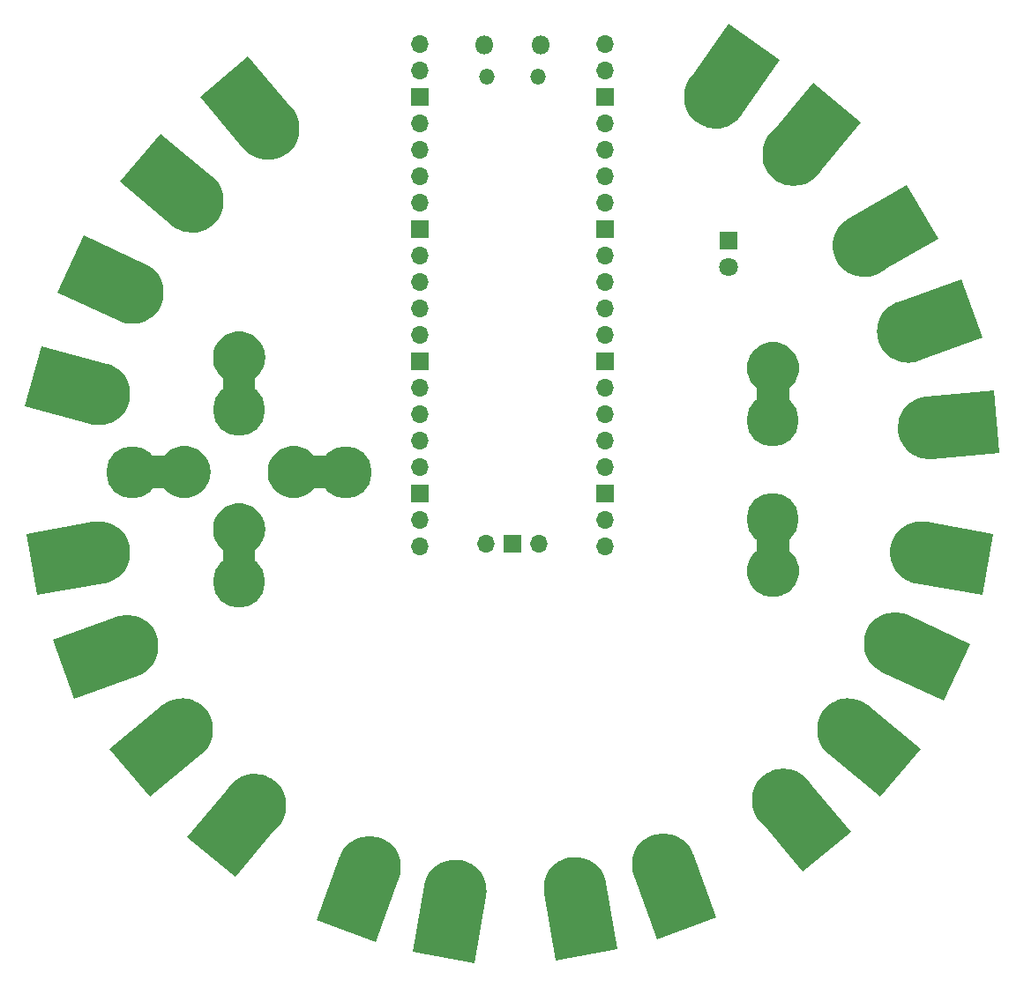
<source format=gbr>
%TF.GenerationSoftware,KiCad,Pcbnew,(5.1.10)-1*%
%TF.CreationDate,2021-06-07T23:37:17+02:00*%
%TF.ProjectId,Frisbee_v01,46726973-6265-4655-9f76-30312e6b6963,rev?*%
%TF.SameCoordinates,Original*%
%TF.FileFunction,Soldermask,Bot*%
%TF.FilePolarity,Negative*%
%FSLAX46Y46*%
G04 Gerber Fmt 4.6, Leading zero omitted, Abs format (unit mm)*
G04 Created by KiCad (PCBNEW (5.1.10)-1) date 2021-06-07 23:37:17*
%MOMM*%
%LPD*%
G01*
G04 APERTURE LIST*
%ADD10C,0.100000*%
%ADD11C,5.000000*%
%ADD12C,1.800000*%
%ADD13R,1.800000X1.800000*%
%ADD14C,6.000000*%
%ADD15O,1.700000X1.700000*%
%ADD16R,1.700000X1.700000*%
%ADD17O,1.800000X1.800000*%
%ADD18O,1.500000X1.500000*%
G04 APERTURE END LIST*
D10*
%TO.C,D9/Space1*%
G36*
X177472941Y-100366826D02*
G01*
X177425078Y-100607450D01*
X177353860Y-100842225D01*
X177259973Y-101068888D01*
X177144322Y-101285257D01*
X177008019Y-101489248D01*
X176852378Y-101678897D01*
X176678897Y-101852378D01*
X176550000Y-101958161D01*
X176550000Y-103250000D01*
X176549039Y-103259755D01*
X176546194Y-103269134D01*
X176541573Y-103277779D01*
X176535355Y-103285355D01*
X176527779Y-103291573D01*
X176519134Y-103296194D01*
X176509755Y-103299039D01*
X176500000Y-103300000D01*
X173500000Y-103300000D01*
X173490245Y-103299039D01*
X173480866Y-103296194D01*
X173472221Y-103291573D01*
X173464645Y-103285355D01*
X173458427Y-103277779D01*
X173453806Y-103269134D01*
X173450961Y-103259755D01*
X173450000Y-103250000D01*
X173450000Y-101958161D01*
X173321103Y-101852378D01*
X173147622Y-101678897D01*
X172991981Y-101489248D01*
X172855678Y-101285257D01*
X172740027Y-101068888D01*
X172646140Y-100842225D01*
X172574922Y-100607450D01*
X172527059Y-100366826D01*
X172503011Y-100122669D01*
X172503011Y-99877331D01*
X172527059Y-99633174D01*
X172574922Y-99392550D01*
X172646140Y-99157775D01*
X172740027Y-98931112D01*
X172855678Y-98714743D01*
X172991981Y-98510752D01*
X173147622Y-98321103D01*
X173321103Y-98147622D01*
X173510752Y-97991981D01*
X173714743Y-97855678D01*
X173931112Y-97740027D01*
X174157775Y-97646140D01*
X174392550Y-97574922D01*
X174633174Y-97527059D01*
X174877331Y-97503011D01*
X175122669Y-97503011D01*
X175366826Y-97527059D01*
X175607450Y-97574922D01*
X175842225Y-97646140D01*
X176068888Y-97740027D01*
X176285257Y-97855678D01*
X176489248Y-97991981D01*
X176678897Y-98147622D01*
X176852378Y-98321103D01*
X177008019Y-98510752D01*
X177144322Y-98714743D01*
X177259973Y-98931112D01*
X177353860Y-99157775D01*
X177425078Y-99392550D01*
X177472941Y-99633174D01*
X177496989Y-99877331D01*
X177496989Y-100122669D01*
X177472941Y-100366826D01*
G37*
D11*
X175000000Y-105000000D03*
%TD*%
D10*
%TO.C,D8/Click1*%
G36*
X172527059Y-119133174D02*
G01*
X172574922Y-118892550D01*
X172646140Y-118657775D01*
X172740027Y-118431112D01*
X172855678Y-118214743D01*
X172991981Y-118010752D01*
X173147622Y-117821103D01*
X173321103Y-117647622D01*
X173450000Y-117541839D01*
X173450000Y-116250000D01*
X173450961Y-116240245D01*
X173453806Y-116230866D01*
X173458427Y-116222221D01*
X173464645Y-116214645D01*
X173472221Y-116208427D01*
X173480866Y-116203806D01*
X173490245Y-116200961D01*
X173500000Y-116200000D01*
X176500000Y-116200000D01*
X176509755Y-116200961D01*
X176519134Y-116203806D01*
X176527779Y-116208427D01*
X176535355Y-116214645D01*
X176541573Y-116222221D01*
X176546194Y-116230866D01*
X176549039Y-116240245D01*
X176550000Y-116250000D01*
X176550000Y-117541839D01*
X176678897Y-117647622D01*
X176852378Y-117821103D01*
X177008019Y-118010752D01*
X177144322Y-118214743D01*
X177259973Y-118431112D01*
X177353860Y-118657775D01*
X177425078Y-118892550D01*
X177472941Y-119133174D01*
X177496989Y-119377331D01*
X177496989Y-119622669D01*
X177472941Y-119866826D01*
X177425078Y-120107450D01*
X177353860Y-120342225D01*
X177259973Y-120568888D01*
X177144322Y-120785257D01*
X177008019Y-120989248D01*
X176852378Y-121178897D01*
X176678897Y-121352378D01*
X176489248Y-121508019D01*
X176285257Y-121644322D01*
X176068888Y-121759973D01*
X175842225Y-121853860D01*
X175607450Y-121925078D01*
X175366826Y-121972941D01*
X175122669Y-121996989D01*
X174877331Y-121996989D01*
X174633174Y-121972941D01*
X174392550Y-121925078D01*
X174157775Y-121853860D01*
X173931112Y-121759973D01*
X173714743Y-121644322D01*
X173510752Y-121508019D01*
X173321103Y-121352378D01*
X173147622Y-121178897D01*
X172991981Y-120989248D01*
X172855678Y-120785257D01*
X172740027Y-120568888D01*
X172646140Y-120342225D01*
X172574922Y-120107450D01*
X172527059Y-119866826D01*
X172503011Y-119622669D01*
X172503011Y-119377331D01*
X172527059Y-119133174D01*
G37*
D11*
X175000000Y-114500000D03*
%TD*%
D10*
%TO.C,D7/Down1*%
G36*
X126222941Y-115866826D02*
G01*
X126175078Y-116107450D01*
X126103860Y-116342225D01*
X126009973Y-116568888D01*
X125894322Y-116785257D01*
X125758019Y-116989248D01*
X125602378Y-117178897D01*
X125428897Y-117352378D01*
X125300000Y-117458161D01*
X125300000Y-118750000D01*
X125299039Y-118759755D01*
X125296194Y-118769134D01*
X125291573Y-118777779D01*
X125285355Y-118785355D01*
X125277779Y-118791573D01*
X125269134Y-118796194D01*
X125259755Y-118799039D01*
X125250000Y-118800000D01*
X122250000Y-118800000D01*
X122240245Y-118799039D01*
X122230866Y-118796194D01*
X122222221Y-118791573D01*
X122214645Y-118785355D01*
X122208427Y-118777779D01*
X122203806Y-118769134D01*
X122200961Y-118759755D01*
X122200000Y-118750000D01*
X122200000Y-117458161D01*
X122071103Y-117352378D01*
X121897622Y-117178897D01*
X121741981Y-116989248D01*
X121605678Y-116785257D01*
X121490027Y-116568888D01*
X121396140Y-116342225D01*
X121324922Y-116107450D01*
X121277059Y-115866826D01*
X121253011Y-115622669D01*
X121253011Y-115377331D01*
X121277059Y-115133174D01*
X121324922Y-114892550D01*
X121396140Y-114657775D01*
X121490027Y-114431112D01*
X121605678Y-114214743D01*
X121741981Y-114010752D01*
X121897622Y-113821103D01*
X122071103Y-113647622D01*
X122260752Y-113491981D01*
X122464743Y-113355678D01*
X122681112Y-113240027D01*
X122907775Y-113146140D01*
X123142550Y-113074922D01*
X123383174Y-113027059D01*
X123627331Y-113003011D01*
X123872669Y-113003011D01*
X124116826Y-113027059D01*
X124357450Y-113074922D01*
X124592225Y-113146140D01*
X124818888Y-113240027D01*
X125035257Y-113355678D01*
X125239248Y-113491981D01*
X125428897Y-113647622D01*
X125602378Y-113821103D01*
X125758019Y-114010752D01*
X125894322Y-114214743D01*
X126009973Y-114431112D01*
X126103860Y-114657775D01*
X126175078Y-114892550D01*
X126222941Y-115133174D01*
X126246989Y-115377331D01*
X126246989Y-115622669D01*
X126222941Y-115866826D01*
G37*
D11*
X123750000Y-120500000D03*
%TD*%
D10*
%TO.C,D6/Right1*%
G36*
X118133174Y-112472941D02*
G01*
X117892550Y-112425078D01*
X117657775Y-112353860D01*
X117431112Y-112259973D01*
X117214743Y-112144322D01*
X117010752Y-112008019D01*
X116821103Y-111852378D01*
X116647622Y-111678897D01*
X116541839Y-111550000D01*
X115250000Y-111550000D01*
X115240245Y-111549039D01*
X115230866Y-111546194D01*
X115222221Y-111541573D01*
X115214645Y-111535355D01*
X115208427Y-111527779D01*
X115203806Y-111519134D01*
X115200961Y-111509755D01*
X115200000Y-111500000D01*
X115200000Y-108500000D01*
X115200961Y-108490245D01*
X115203806Y-108480866D01*
X115208427Y-108472221D01*
X115214645Y-108464645D01*
X115222221Y-108458427D01*
X115230866Y-108453806D01*
X115240245Y-108450961D01*
X115250000Y-108450000D01*
X116541839Y-108450000D01*
X116647622Y-108321103D01*
X116821103Y-108147622D01*
X117010752Y-107991981D01*
X117214743Y-107855678D01*
X117431112Y-107740027D01*
X117657775Y-107646140D01*
X117892550Y-107574922D01*
X118133174Y-107527059D01*
X118377331Y-107503011D01*
X118622669Y-107503011D01*
X118866826Y-107527059D01*
X119107450Y-107574922D01*
X119342225Y-107646140D01*
X119568888Y-107740027D01*
X119785257Y-107855678D01*
X119989248Y-107991981D01*
X120178897Y-108147622D01*
X120352378Y-108321103D01*
X120508019Y-108510752D01*
X120644322Y-108714743D01*
X120759973Y-108931112D01*
X120853860Y-109157775D01*
X120925078Y-109392550D01*
X120972941Y-109633174D01*
X120996989Y-109877331D01*
X120996989Y-110122669D01*
X120972941Y-110366826D01*
X120925078Y-110607450D01*
X120853860Y-110842225D01*
X120759973Y-111068888D01*
X120644322Y-111285257D01*
X120508019Y-111489248D01*
X120352378Y-111678897D01*
X120178897Y-111852378D01*
X119989248Y-112008019D01*
X119785257Y-112144322D01*
X119568888Y-112259973D01*
X119342225Y-112353860D01*
X119107450Y-112425078D01*
X118866826Y-112472941D01*
X118622669Y-112496989D01*
X118377331Y-112496989D01*
X118133174Y-112472941D01*
G37*
D11*
X113500000Y-110000000D03*
%TD*%
D10*
%TO.C,D5/Left1*%
G36*
X129366826Y-107527059D02*
G01*
X129607450Y-107574922D01*
X129842225Y-107646140D01*
X130068888Y-107740027D01*
X130285257Y-107855678D01*
X130489248Y-107991981D01*
X130678897Y-108147622D01*
X130852378Y-108321103D01*
X130958161Y-108450000D01*
X132250000Y-108450000D01*
X132259755Y-108450961D01*
X132269134Y-108453806D01*
X132277779Y-108458427D01*
X132285355Y-108464645D01*
X132291573Y-108472221D01*
X132296194Y-108480866D01*
X132299039Y-108490245D01*
X132300000Y-108500000D01*
X132300000Y-111500000D01*
X132299039Y-111509755D01*
X132296194Y-111519134D01*
X132291573Y-111527779D01*
X132285355Y-111535355D01*
X132277779Y-111541573D01*
X132269134Y-111546194D01*
X132259755Y-111549039D01*
X132250000Y-111550000D01*
X130958161Y-111550000D01*
X130852378Y-111678897D01*
X130678897Y-111852378D01*
X130489248Y-112008019D01*
X130285257Y-112144322D01*
X130068888Y-112259973D01*
X129842225Y-112353860D01*
X129607450Y-112425078D01*
X129366826Y-112472941D01*
X129122669Y-112496989D01*
X128877331Y-112496989D01*
X128633174Y-112472941D01*
X128392550Y-112425078D01*
X128157775Y-112353860D01*
X127931112Y-112259973D01*
X127714743Y-112144322D01*
X127510752Y-112008019D01*
X127321103Y-111852378D01*
X127147622Y-111678897D01*
X126991981Y-111489248D01*
X126855678Y-111285257D01*
X126740027Y-111068888D01*
X126646140Y-110842225D01*
X126574922Y-110607450D01*
X126527059Y-110366826D01*
X126503011Y-110122669D01*
X126503011Y-109877331D01*
X126527059Y-109633174D01*
X126574922Y-109392550D01*
X126646140Y-109157775D01*
X126740027Y-108931112D01*
X126855678Y-108714743D01*
X126991981Y-108510752D01*
X127147622Y-108321103D01*
X127321103Y-108147622D01*
X127510752Y-107991981D01*
X127714743Y-107855678D01*
X127931112Y-107740027D01*
X128157775Y-107646140D01*
X128392550Y-107574922D01*
X128633174Y-107527059D01*
X128877331Y-107503011D01*
X129122669Y-107503011D01*
X129366826Y-107527059D01*
G37*
D11*
X134000000Y-110000000D03*
%TD*%
D10*
%TO.C,D4/Up1*%
G36*
X126222941Y-99366826D02*
G01*
X126175078Y-99607450D01*
X126103860Y-99842225D01*
X126009973Y-100068888D01*
X125894322Y-100285257D01*
X125758019Y-100489248D01*
X125602378Y-100678897D01*
X125428897Y-100852378D01*
X125300000Y-100958161D01*
X125300000Y-102250000D01*
X125299039Y-102259755D01*
X125296194Y-102269134D01*
X125291573Y-102277779D01*
X125285355Y-102285355D01*
X125277779Y-102291573D01*
X125269134Y-102296194D01*
X125259755Y-102299039D01*
X125250000Y-102300000D01*
X122250000Y-102300000D01*
X122240245Y-102299039D01*
X122230866Y-102296194D01*
X122222221Y-102291573D01*
X122214645Y-102285355D01*
X122208427Y-102277779D01*
X122203806Y-102269134D01*
X122200961Y-102259755D01*
X122200000Y-102250000D01*
X122200000Y-100958161D01*
X122071103Y-100852378D01*
X121897622Y-100678897D01*
X121741981Y-100489248D01*
X121605678Y-100285257D01*
X121490027Y-100068888D01*
X121396140Y-99842225D01*
X121324922Y-99607450D01*
X121277059Y-99366826D01*
X121253011Y-99122669D01*
X121253011Y-98877331D01*
X121277059Y-98633174D01*
X121324922Y-98392550D01*
X121396140Y-98157775D01*
X121490027Y-97931112D01*
X121605678Y-97714743D01*
X121741981Y-97510752D01*
X121897622Y-97321103D01*
X122071103Y-97147622D01*
X122260752Y-96991981D01*
X122464743Y-96855678D01*
X122681112Y-96740027D01*
X122907775Y-96646140D01*
X123142550Y-96574922D01*
X123383174Y-96527059D01*
X123627331Y-96503011D01*
X123872669Y-96503011D01*
X124116826Y-96527059D01*
X124357450Y-96574922D01*
X124592225Y-96646140D01*
X124818888Y-96740027D01*
X125035257Y-96855678D01*
X125239248Y-96991981D01*
X125428897Y-97147622D01*
X125602378Y-97321103D01*
X125758019Y-97510752D01*
X125894322Y-97714743D01*
X126009973Y-97931112D01*
X126103860Y-98157775D01*
X126175078Y-98392550D01*
X126222941Y-98633174D01*
X126246989Y-98877331D01*
X126246989Y-99122669D01*
X126222941Y-99366826D01*
G37*
D11*
X123750000Y-104000000D03*
%TD*%
D12*
%TO.C,LED1*%
X170750000Y-90290000D03*
D13*
X170750000Y-87750000D03*
%TD*%
D14*
%TO.C,VBUS1*%
X177000000Y-79500000D03*
D10*
G36*
X183476253Y-76449074D02*
G01*
X179298133Y-81428363D01*
X179295365Y-81426040D01*
X179200745Y-81538804D01*
X178990311Y-81744697D01*
X178760707Y-81928974D01*
X178514147Y-82089857D01*
X178253007Y-82225798D01*
X177979798Y-82335489D01*
X177697154Y-82417872D01*
X177407795Y-82472154D01*
X177114510Y-82497814D01*
X176820121Y-82494603D01*
X176527464Y-82462551D01*
X176239359Y-82401969D01*
X175958580Y-82313440D01*
X175687829Y-82197816D01*
X175429714Y-82056209D01*
X175186724Y-81889985D01*
X174961196Y-81700745D01*
X174755303Y-81490311D01*
X174571026Y-81260707D01*
X174410143Y-81014147D01*
X174274202Y-80753007D01*
X174164511Y-80479798D01*
X174082128Y-80197154D01*
X174027846Y-79907795D01*
X174002186Y-79614510D01*
X174005397Y-79320121D01*
X174037449Y-79027464D01*
X174098031Y-78739359D01*
X174186560Y-78458580D01*
X174302184Y-78187829D01*
X174443791Y-77929714D01*
X174610015Y-77686724D01*
X174704635Y-77573960D01*
X174701867Y-77571637D01*
X178879986Y-72592348D01*
X183476253Y-76449074D01*
G37*
%TD*%
D14*
%TO.C,M2-1*%
X156000000Y-150000000D03*
D10*
G36*
X154174290Y-156922195D02*
G01*
X153045577Y-150520945D01*
X153049136Y-150520317D01*
X153023574Y-150375350D01*
X153001115Y-150081803D01*
X153007538Y-149787466D01*
X153042780Y-149495177D01*
X153106500Y-149207750D01*
X153198088Y-148927952D01*
X153316658Y-148658479D01*
X153461072Y-148401925D01*
X153629936Y-148160762D01*
X153821625Y-147937311D01*
X154034294Y-147733725D01*
X154265893Y-147551965D01*
X154514192Y-147393782D01*
X154776801Y-147260696D01*
X155051190Y-147153992D01*
X155334716Y-147074697D01*
X155624650Y-147023574D01*
X155918197Y-147001115D01*
X156212534Y-147007538D01*
X156504823Y-147042780D01*
X156792250Y-147106500D01*
X157072048Y-147198088D01*
X157341521Y-147316658D01*
X157598075Y-147461072D01*
X157839238Y-147629936D01*
X158062689Y-147821625D01*
X158266275Y-148034294D01*
X158448035Y-148265893D01*
X158606218Y-148514192D01*
X158739304Y-148776801D01*
X158846008Y-149051190D01*
X158925303Y-149334716D01*
X158950864Y-149479683D01*
X158954423Y-149479055D01*
X160083136Y-155880306D01*
X154174290Y-156922195D01*
G37*
%TD*%
D14*
%TO.C,M2+1*%
X164500000Y-147750000D03*
D10*
G36*
X163904053Y-154884062D02*
G01*
X161680922Y-148776060D01*
X161684318Y-148774824D01*
X161633972Y-148636499D01*
X161560880Y-148351311D01*
X161516094Y-148060330D01*
X161500045Y-147766362D01*
X161512886Y-147472237D01*
X161554496Y-147180786D01*
X161624472Y-146894817D01*
X161722141Y-146617083D01*
X161846562Y-146350262D01*
X161996538Y-146096919D01*
X162170623Y-145859497D01*
X162367141Y-145640281D01*
X162584200Y-145441384D01*
X162819709Y-145264719D01*
X163071401Y-145111988D01*
X163336850Y-144984665D01*
X163613501Y-144883972D01*
X163898689Y-144810880D01*
X164189670Y-144766094D01*
X164483638Y-144750045D01*
X164777763Y-144762886D01*
X165069214Y-144804496D01*
X165355183Y-144874472D01*
X165632917Y-144972141D01*
X165899738Y-145096562D01*
X166153081Y-145246538D01*
X166390503Y-145420623D01*
X166609719Y-145617141D01*
X166808616Y-145834200D01*
X166985281Y-146069709D01*
X167138012Y-146321401D01*
X167265335Y-146586850D01*
X167315682Y-146725176D01*
X167319078Y-146723940D01*
X169542209Y-152831942D01*
X163904053Y-154884062D01*
G37*
%TD*%
D14*
%TO.C,M1-1*%
X144500000Y-150250000D03*
D10*
G36*
X140416864Y-156130306D02*
G01*
X141545577Y-149729055D01*
X141549136Y-149729683D01*
X141574697Y-149584716D01*
X141653992Y-149301190D01*
X141760696Y-149026801D01*
X141893782Y-148764192D01*
X142051965Y-148515893D01*
X142233725Y-148284294D01*
X142437311Y-148071625D01*
X142660762Y-147879936D01*
X142901925Y-147711072D01*
X143158479Y-147566658D01*
X143427952Y-147448088D01*
X143707750Y-147356500D01*
X143995177Y-147292780D01*
X144287466Y-147257538D01*
X144581803Y-147251115D01*
X144875350Y-147273574D01*
X145165284Y-147324697D01*
X145448810Y-147403992D01*
X145723199Y-147510696D01*
X145985808Y-147643782D01*
X146234107Y-147801965D01*
X146465706Y-147983725D01*
X146678375Y-148187311D01*
X146870064Y-148410762D01*
X147038928Y-148651925D01*
X147183342Y-148908479D01*
X147301912Y-149177952D01*
X147393500Y-149457750D01*
X147457220Y-149745177D01*
X147492462Y-150037466D01*
X147498885Y-150331803D01*
X147476426Y-150625350D01*
X147450864Y-150770317D01*
X147454423Y-150770945D01*
X146325710Y-157172195D01*
X140416864Y-156130306D01*
G37*
%TD*%
D14*
%TO.C,M1+1*%
X136250000Y-148000000D03*
D10*
G36*
X131207791Y-153081942D02*
G01*
X133430922Y-146973940D01*
X133434318Y-146975176D01*
X133484665Y-146836850D01*
X133611988Y-146571401D01*
X133764719Y-146319709D01*
X133941384Y-146084200D01*
X134140281Y-145867141D01*
X134359497Y-145670623D01*
X134596919Y-145496538D01*
X134850262Y-145346562D01*
X135117083Y-145222141D01*
X135394817Y-145124472D01*
X135680786Y-145054496D01*
X135972237Y-145012886D01*
X136266362Y-145000045D01*
X136560330Y-145016094D01*
X136851311Y-145060880D01*
X137136499Y-145133972D01*
X137413150Y-145234665D01*
X137678599Y-145361988D01*
X137930291Y-145514719D01*
X138165800Y-145691384D01*
X138382859Y-145890281D01*
X138579377Y-146109497D01*
X138753462Y-146346919D01*
X138903438Y-146600262D01*
X139027859Y-146867083D01*
X139125528Y-147144817D01*
X139195504Y-147430786D01*
X139237114Y-147722237D01*
X139249955Y-148016362D01*
X139233906Y-148310330D01*
X139189120Y-148601311D01*
X139116028Y-148886499D01*
X139065682Y-149024824D01*
X139069078Y-149026060D01*
X136845947Y-155134062D01*
X131207791Y-153081942D01*
G37*
%TD*%
D14*
%TO.C,D3*%
X110250000Y-102500000D03*
D10*
G36*
X104747939Y-97919899D02*
G01*
X111026457Y-99602223D01*
X111025522Y-99605713D01*
X111167709Y-99643812D01*
X111443245Y-99747516D01*
X111707291Y-99877729D01*
X111957301Y-100033196D01*
X112190868Y-100212418D01*
X112405745Y-100413672D01*
X112599860Y-100635018D01*
X112771345Y-100874326D01*
X112918548Y-101129288D01*
X113040052Y-101397452D01*
X113134685Y-101676234D01*
X113201538Y-101962950D01*
X113239966Y-102254836D01*
X113249599Y-102549085D01*
X113230344Y-102842861D01*
X113182386Y-103133335D01*
X113106188Y-103417709D01*
X113002484Y-103693245D01*
X112872271Y-103957291D01*
X112716804Y-104207301D01*
X112537582Y-104440868D01*
X112336328Y-104655745D01*
X112114982Y-104849860D01*
X111875674Y-105021345D01*
X111620712Y-105168548D01*
X111352548Y-105290052D01*
X111073766Y-105384685D01*
X110787050Y-105451538D01*
X110495164Y-105489966D01*
X110200915Y-105499599D01*
X109907139Y-105480344D01*
X109616665Y-105432386D01*
X109474478Y-105394287D01*
X109473543Y-105397777D01*
X103195025Y-103715454D01*
X104747939Y-97919899D01*
G37*
%TD*%
D14*
%TO.C,D2*%
X113500000Y-92750000D03*
D10*
G36*
X108876854Y-87284058D02*
G01*
X114767855Y-90031077D01*
X114766327Y-90034352D01*
X114899739Y-90096563D01*
X115153081Y-90246537D01*
X115390504Y-90420623D01*
X115609719Y-90617142D01*
X115808616Y-90834200D01*
X115985281Y-91069709D01*
X116138012Y-91321400D01*
X116265336Y-91586850D01*
X116366028Y-91863501D01*
X116439120Y-92148690D01*
X116483906Y-92439670D01*
X116499955Y-92733638D01*
X116487114Y-93027763D01*
X116445505Y-93319214D01*
X116375528Y-93605184D01*
X116277859Y-93882916D01*
X116153437Y-94149739D01*
X116003463Y-94403081D01*
X115829377Y-94640504D01*
X115632858Y-94859719D01*
X115415800Y-95058616D01*
X115180291Y-95235281D01*
X114928600Y-95388012D01*
X114663150Y-95515336D01*
X114386499Y-95616028D01*
X114101310Y-95689120D01*
X113810330Y-95733906D01*
X113516362Y-95749955D01*
X113222237Y-95737114D01*
X112930786Y-95695505D01*
X112644816Y-95625528D01*
X112367084Y-95527859D01*
X112233673Y-95465648D01*
X112232145Y-95468923D01*
X106341145Y-92721905D01*
X108876854Y-87284058D01*
G37*
%TD*%
D14*
%TO.C,D1*%
X119250000Y-84000000D03*
D10*
G36*
X116199074Y-77523747D02*
G01*
X121178363Y-81701867D01*
X121176040Y-81704635D01*
X121288804Y-81799255D01*
X121494697Y-82009689D01*
X121678974Y-82239293D01*
X121839857Y-82485853D01*
X121975798Y-82746993D01*
X122085489Y-83020202D01*
X122167872Y-83302846D01*
X122222154Y-83592205D01*
X122247814Y-83885490D01*
X122244603Y-84179879D01*
X122212551Y-84472536D01*
X122151969Y-84760641D01*
X122063440Y-85041420D01*
X121947816Y-85312171D01*
X121806209Y-85570286D01*
X121639985Y-85813276D01*
X121450745Y-86038804D01*
X121240311Y-86244697D01*
X121010707Y-86428974D01*
X120764147Y-86589857D01*
X120503007Y-86725798D01*
X120229798Y-86835489D01*
X119947154Y-86917872D01*
X119657795Y-86972154D01*
X119364510Y-86997814D01*
X119070121Y-86994603D01*
X118777464Y-86962551D01*
X118489359Y-86901969D01*
X118208580Y-86813440D01*
X117937829Y-86697816D01*
X117679714Y-86556209D01*
X117436724Y-86389985D01*
X117323960Y-86295365D01*
X117321637Y-86298133D01*
X112342348Y-82120014D01*
X116199074Y-77523747D01*
G37*
%TD*%
D14*
%TO.C,D0*%
X126500000Y-77000000D03*
D10*
G36*
X124620014Y-70092348D02*
G01*
X128798133Y-75071637D01*
X128795365Y-75073960D01*
X128889985Y-75186724D01*
X129056209Y-75429714D01*
X129197816Y-75687829D01*
X129313440Y-75958580D01*
X129401969Y-76239359D01*
X129462551Y-76527464D01*
X129494603Y-76820121D01*
X129497814Y-77114510D01*
X129472154Y-77407795D01*
X129417872Y-77697154D01*
X129335489Y-77979798D01*
X129225798Y-78253007D01*
X129089857Y-78514147D01*
X128928974Y-78760707D01*
X128744697Y-78990311D01*
X128538804Y-79200745D01*
X128313276Y-79389985D01*
X128070286Y-79556209D01*
X127812171Y-79697816D01*
X127541420Y-79813440D01*
X127260641Y-79901969D01*
X126972536Y-79962551D01*
X126679879Y-79994603D01*
X126385490Y-79997814D01*
X126092205Y-79972154D01*
X125802846Y-79917872D01*
X125520202Y-79835489D01*
X125246993Y-79725798D01*
X124985853Y-79589857D01*
X124739293Y-79428974D01*
X124509689Y-79244697D01*
X124299255Y-79038804D01*
X124204635Y-78926040D01*
X124201867Y-78928363D01*
X120023747Y-73949074D01*
X124620014Y-70092348D01*
G37*
%TD*%
D14*
%TO.C,A2*%
X183750000Y-88250000D03*
D10*
G36*
X190879165Y-87598076D02*
G01*
X185250000Y-90848076D01*
X185248193Y-90844946D01*
X185120711Y-90918548D01*
X184852548Y-91040052D01*
X184573766Y-91134686D01*
X184287050Y-91201538D01*
X183995164Y-91239966D01*
X183700915Y-91249598D01*
X183407139Y-91230344D01*
X183116665Y-91182386D01*
X182832291Y-91106188D01*
X182556754Y-91002484D01*
X182292710Y-90872271D01*
X182042699Y-90716804D01*
X181809132Y-90537582D01*
X181594255Y-90336328D01*
X181400139Y-90114982D01*
X181228655Y-89875675D01*
X181081452Y-89620711D01*
X180959948Y-89352548D01*
X180865314Y-89073766D01*
X180798462Y-88787050D01*
X180760034Y-88495164D01*
X180750402Y-88200915D01*
X180769656Y-87907139D01*
X180817614Y-87616665D01*
X180893812Y-87332291D01*
X180997516Y-87056754D01*
X181127729Y-86792710D01*
X181283196Y-86542699D01*
X181462418Y-86309132D01*
X181663672Y-86094255D01*
X181885018Y-85900139D01*
X182124325Y-85728655D01*
X182251807Y-85655054D01*
X182250000Y-85651924D01*
X187879165Y-82401924D01*
X190879165Y-87598076D01*
G37*
%TD*%
D14*
%TO.C,A1*%
X188000000Y-96500000D03*
D10*
G36*
X195134062Y-97095947D02*
G01*
X189026060Y-99319078D01*
X189024824Y-99315682D01*
X188886499Y-99366028D01*
X188601311Y-99439120D01*
X188310330Y-99483906D01*
X188016362Y-99499955D01*
X187722237Y-99487114D01*
X187430786Y-99445504D01*
X187144817Y-99375528D01*
X186867083Y-99277859D01*
X186600262Y-99153438D01*
X186346919Y-99003462D01*
X186109497Y-98829377D01*
X185890281Y-98632859D01*
X185691384Y-98415800D01*
X185514719Y-98180291D01*
X185361988Y-97928599D01*
X185234665Y-97663150D01*
X185133972Y-97386499D01*
X185060880Y-97101311D01*
X185016094Y-96810330D01*
X185000045Y-96516362D01*
X185012886Y-96222237D01*
X185054496Y-95930786D01*
X185124472Y-95644817D01*
X185222141Y-95367083D01*
X185346562Y-95100262D01*
X185496538Y-94846919D01*
X185670623Y-94609497D01*
X185867141Y-94390281D01*
X186084200Y-94191384D01*
X186319709Y-94014719D01*
X186571401Y-93861988D01*
X186836850Y-93734665D01*
X186975176Y-93684318D01*
X186973940Y-93680922D01*
X193081942Y-91457791D01*
X195134062Y-97095947D01*
G37*
%TD*%
D14*
%TO.C,A0*%
X190000000Y-105750000D03*
D10*
G36*
X196736733Y-108172072D02*
G01*
X190261467Y-108738584D01*
X190261152Y-108734984D01*
X190114509Y-108747813D01*
X189820121Y-108744603D01*
X189527464Y-108712552D01*
X189239359Y-108651969D01*
X188958580Y-108563440D01*
X188687829Y-108447815D01*
X188429715Y-108306210D01*
X188186724Y-108139985D01*
X187961196Y-107950745D01*
X187755302Y-107740310D01*
X187571027Y-107510707D01*
X187410143Y-107264148D01*
X187274202Y-107003007D01*
X187164511Y-106729799D01*
X187082128Y-106447153D01*
X187027846Y-106157795D01*
X187002187Y-105864509D01*
X187005397Y-105570121D01*
X187037448Y-105277464D01*
X187098031Y-104989359D01*
X187186560Y-104708580D01*
X187302185Y-104437829D01*
X187443790Y-104179715D01*
X187610015Y-103936724D01*
X187799255Y-103711196D01*
X188009690Y-103505302D01*
X188239293Y-103321027D01*
X188485852Y-103160143D01*
X188746993Y-103024202D01*
X189020201Y-102914511D01*
X189302847Y-102832128D01*
X189592205Y-102777846D01*
X189738848Y-102765016D01*
X189738533Y-102761416D01*
X196213798Y-102194904D01*
X196736733Y-108172072D01*
G37*
%TD*%
D14*
%TO.C,3V3*%
X169500000Y-74000000D03*
D10*
G36*
X175685703Y-70396241D02*
G01*
X171957456Y-75720729D01*
X171954496Y-75718656D01*
X171870064Y-75839238D01*
X171678375Y-76062689D01*
X171465706Y-76266275D01*
X171234107Y-76448035D01*
X170985808Y-76606219D01*
X170723199Y-76739304D01*
X170448810Y-76846008D01*
X170165283Y-76925303D01*
X169875351Y-76976426D01*
X169581802Y-76998885D01*
X169287466Y-76992462D01*
X168995177Y-76957221D01*
X168707750Y-76893500D01*
X168427952Y-76801913D01*
X168158478Y-76683341D01*
X167901925Y-76538928D01*
X167660762Y-76370064D01*
X167437311Y-76178375D01*
X167233725Y-75965706D01*
X167051965Y-75734107D01*
X166893781Y-75485808D01*
X166760696Y-75223199D01*
X166653992Y-74948810D01*
X166574697Y-74665283D01*
X166523574Y-74375351D01*
X166501115Y-74081802D01*
X166507538Y-73787466D01*
X166542779Y-73495177D01*
X166606500Y-73207750D01*
X166698087Y-72927952D01*
X166816659Y-72658478D01*
X166961072Y-72401925D01*
X167045504Y-72281344D01*
X167042544Y-72279271D01*
X170770791Y-66954782D01*
X175685703Y-70396241D01*
G37*
%TD*%
D14*
%TO.C,GND8*%
X176000000Y-141500000D03*
D10*
G36*
X177879986Y-148407652D02*
G01*
X173701867Y-143428363D01*
X173704635Y-143426040D01*
X173610015Y-143313276D01*
X173443791Y-143070286D01*
X173302184Y-142812171D01*
X173186560Y-142541420D01*
X173098031Y-142260641D01*
X173037449Y-141972536D01*
X173005397Y-141679879D01*
X173002186Y-141385490D01*
X173027846Y-141092205D01*
X173082128Y-140802846D01*
X173164511Y-140520202D01*
X173274202Y-140246993D01*
X173410143Y-139985853D01*
X173571026Y-139739293D01*
X173755303Y-139509689D01*
X173961196Y-139299255D01*
X174186724Y-139110015D01*
X174429714Y-138943791D01*
X174687829Y-138802184D01*
X174958580Y-138686560D01*
X175239359Y-138598031D01*
X175527464Y-138537449D01*
X175820121Y-138505397D01*
X176114510Y-138502186D01*
X176407795Y-138527846D01*
X176697154Y-138582128D01*
X176979798Y-138664511D01*
X177253007Y-138774202D01*
X177514147Y-138910143D01*
X177760707Y-139071026D01*
X177990311Y-139255303D01*
X178200745Y-139461196D01*
X178295365Y-139573960D01*
X178298133Y-139571637D01*
X182476253Y-144550926D01*
X177879986Y-148407652D01*
G37*
%TD*%
D14*
%TO.C,GND6*%
X186750000Y-126500000D03*
D10*
G36*
X191373146Y-131965942D02*
G01*
X185482145Y-129218923D01*
X185483673Y-129215648D01*
X185350261Y-129153437D01*
X185096919Y-129003463D01*
X184859496Y-128829377D01*
X184640281Y-128632858D01*
X184441384Y-128415800D01*
X184264719Y-128180291D01*
X184111988Y-127928600D01*
X183984664Y-127663150D01*
X183883972Y-127386499D01*
X183810880Y-127101310D01*
X183766094Y-126810330D01*
X183750045Y-126516362D01*
X183762886Y-126222237D01*
X183804495Y-125930786D01*
X183874472Y-125644816D01*
X183972141Y-125367084D01*
X184096563Y-125100261D01*
X184246537Y-124846919D01*
X184420623Y-124609496D01*
X184617142Y-124390281D01*
X184834200Y-124191384D01*
X185069709Y-124014719D01*
X185321400Y-123861988D01*
X185586850Y-123734664D01*
X185863501Y-123633972D01*
X186148690Y-123560880D01*
X186439670Y-123516094D01*
X186733638Y-123500045D01*
X187027763Y-123512886D01*
X187319214Y-123554495D01*
X187605184Y-123624472D01*
X187882916Y-123722141D01*
X188016327Y-123784352D01*
X188017855Y-123781077D01*
X193908855Y-126528095D01*
X191373146Y-131965942D01*
G37*
%TD*%
D14*
%TO.C,GND5*%
X182250000Y-134750000D03*
D10*
G36*
X185300926Y-141226253D02*
G01*
X180321637Y-137048133D01*
X180323960Y-137045365D01*
X180211196Y-136950745D01*
X180005303Y-136740311D01*
X179821026Y-136510707D01*
X179660143Y-136264147D01*
X179524202Y-136003007D01*
X179414511Y-135729798D01*
X179332128Y-135447154D01*
X179277846Y-135157795D01*
X179252186Y-134864510D01*
X179255397Y-134570121D01*
X179287449Y-134277464D01*
X179348031Y-133989359D01*
X179436560Y-133708580D01*
X179552184Y-133437829D01*
X179693791Y-133179714D01*
X179860015Y-132936724D01*
X180049255Y-132711196D01*
X180259689Y-132505303D01*
X180489293Y-132321026D01*
X180735853Y-132160143D01*
X180996993Y-132024202D01*
X181270202Y-131914511D01*
X181552846Y-131832128D01*
X181842205Y-131777846D01*
X182135490Y-131752186D01*
X182429879Y-131755397D01*
X182722536Y-131787449D01*
X183010641Y-131848031D01*
X183291420Y-131936560D01*
X183562171Y-132052184D01*
X183820286Y-132193791D01*
X184063276Y-132360015D01*
X184176040Y-132454635D01*
X184178363Y-132451867D01*
X189157652Y-136629986D01*
X185300926Y-141226253D01*
G37*
%TD*%
D14*
%TO.C,GND4*%
X113000000Y-126750000D03*
D10*
G36*
X105865938Y-126154053D02*
G01*
X111973940Y-123930922D01*
X111975176Y-123934318D01*
X112113501Y-123883972D01*
X112398689Y-123810880D01*
X112689670Y-123766094D01*
X112983638Y-123750045D01*
X113277763Y-123762886D01*
X113569214Y-123804496D01*
X113855183Y-123874472D01*
X114132917Y-123972141D01*
X114399738Y-124096562D01*
X114653081Y-124246538D01*
X114890503Y-124420623D01*
X115109719Y-124617141D01*
X115308616Y-124834200D01*
X115485281Y-125069709D01*
X115638012Y-125321401D01*
X115765335Y-125586850D01*
X115866028Y-125863501D01*
X115939120Y-126148689D01*
X115983906Y-126439670D01*
X115999955Y-126733638D01*
X115987114Y-127027763D01*
X115945504Y-127319214D01*
X115875528Y-127605183D01*
X115777859Y-127882917D01*
X115653438Y-128149738D01*
X115503462Y-128403081D01*
X115329377Y-128640503D01*
X115132859Y-128859719D01*
X114915800Y-129058616D01*
X114680291Y-129235281D01*
X114428599Y-129388012D01*
X114163150Y-129515335D01*
X114024824Y-129565682D01*
X114026060Y-129569078D01*
X107918058Y-131792209D01*
X105865938Y-126154053D01*
G37*
%TD*%
D14*
%TO.C,GND3*%
X110250000Y-117750000D03*
D10*
G36*
X103327805Y-115924290D02*
G01*
X109729055Y-114795577D01*
X109729683Y-114799136D01*
X109874650Y-114773574D01*
X110168197Y-114751115D01*
X110462534Y-114757538D01*
X110754823Y-114792780D01*
X111042250Y-114856500D01*
X111322048Y-114948088D01*
X111591521Y-115066658D01*
X111848075Y-115211072D01*
X112089238Y-115379936D01*
X112312689Y-115571625D01*
X112516275Y-115784294D01*
X112698035Y-116015893D01*
X112856218Y-116264192D01*
X112989304Y-116526801D01*
X113096008Y-116801190D01*
X113175303Y-117084716D01*
X113226426Y-117374650D01*
X113248885Y-117668197D01*
X113242462Y-117962534D01*
X113207220Y-118254823D01*
X113143500Y-118542250D01*
X113051912Y-118822048D01*
X112933342Y-119091521D01*
X112788928Y-119348075D01*
X112620064Y-119589238D01*
X112428375Y-119812689D01*
X112215706Y-120016275D01*
X111984107Y-120198035D01*
X111735808Y-120356218D01*
X111473199Y-120489304D01*
X111198810Y-120596008D01*
X110915284Y-120675303D01*
X110770317Y-120700864D01*
X110770945Y-120704423D01*
X104369694Y-121833136D01*
X103327805Y-115924290D01*
G37*
%TD*%
D14*
%TO.C,GND2*%
X118250000Y-134750000D03*
D10*
G36*
X111342348Y-136629986D02*
G01*
X116321637Y-132451867D01*
X116323960Y-132454635D01*
X116436724Y-132360015D01*
X116679714Y-132193791D01*
X116937829Y-132052184D01*
X117208580Y-131936560D01*
X117489359Y-131848031D01*
X117777464Y-131787449D01*
X118070121Y-131755397D01*
X118364510Y-131752186D01*
X118657795Y-131777846D01*
X118947154Y-131832128D01*
X119229798Y-131914511D01*
X119503007Y-132024202D01*
X119764147Y-132160143D01*
X120010707Y-132321026D01*
X120240311Y-132505303D01*
X120450745Y-132711196D01*
X120639985Y-132936724D01*
X120806209Y-133179714D01*
X120947816Y-133437829D01*
X121063440Y-133708580D01*
X121151969Y-133989359D01*
X121212551Y-134277464D01*
X121244603Y-134570121D01*
X121247814Y-134864510D01*
X121222154Y-135157795D01*
X121167872Y-135447154D01*
X121085489Y-135729798D01*
X120975798Y-136003007D01*
X120839857Y-136264147D01*
X120678974Y-136510707D01*
X120494697Y-136740311D01*
X120288804Y-136950745D01*
X120176040Y-137045365D01*
X120178363Y-137048133D01*
X115199074Y-141226253D01*
X111342348Y-136629986D01*
G37*
%TD*%
D14*
%TO.C,GND1*%
X125250000Y-142000000D03*
D10*
G36*
X118773747Y-145050926D02*
G01*
X122951867Y-140071637D01*
X122954635Y-140073960D01*
X123049255Y-139961196D01*
X123259689Y-139755303D01*
X123489293Y-139571026D01*
X123735853Y-139410143D01*
X123996993Y-139274202D01*
X124270202Y-139164511D01*
X124552846Y-139082128D01*
X124842205Y-139027846D01*
X125135490Y-139002186D01*
X125429879Y-139005397D01*
X125722536Y-139037449D01*
X126010641Y-139098031D01*
X126291420Y-139186560D01*
X126562171Y-139302184D01*
X126820286Y-139443791D01*
X127063276Y-139610015D01*
X127288804Y-139799255D01*
X127494697Y-140009689D01*
X127678974Y-140239293D01*
X127839857Y-140485853D01*
X127975798Y-140746993D01*
X128085489Y-141020202D01*
X128167872Y-141302846D01*
X128222154Y-141592205D01*
X128247814Y-141885490D01*
X128244603Y-142179879D01*
X128212551Y-142472536D01*
X128151969Y-142760641D01*
X128063440Y-143041420D01*
X127947816Y-143312171D01*
X127806209Y-143570286D01*
X127639985Y-143813276D01*
X127545365Y-143926040D01*
X127548133Y-143928363D01*
X123370014Y-148907652D01*
X118773747Y-145050926D01*
G37*
%TD*%
D14*
%TO.C,GND7*%
X189250000Y-117750000D03*
D10*
G36*
X195130306Y-121833136D02*
G01*
X188729055Y-120704423D01*
X188729683Y-120700864D01*
X188584716Y-120675303D01*
X188301190Y-120596008D01*
X188026801Y-120489304D01*
X187764192Y-120356218D01*
X187515893Y-120198035D01*
X187284294Y-120016275D01*
X187071625Y-119812689D01*
X186879936Y-119589238D01*
X186711072Y-119348075D01*
X186566658Y-119091521D01*
X186448088Y-118822048D01*
X186356500Y-118542250D01*
X186292780Y-118254823D01*
X186257538Y-117962534D01*
X186251115Y-117668197D01*
X186273574Y-117374650D01*
X186324697Y-117084716D01*
X186403992Y-116801190D01*
X186510696Y-116526801D01*
X186643782Y-116264192D01*
X186801965Y-116015893D01*
X186983725Y-115784294D01*
X187187311Y-115571625D01*
X187410762Y-115379936D01*
X187651925Y-115211072D01*
X187908479Y-115066658D01*
X188177952Y-114948088D01*
X188457750Y-114856500D01*
X188745177Y-114792780D01*
X189037466Y-114757538D01*
X189331803Y-114751115D01*
X189625350Y-114773574D01*
X189770317Y-114799136D01*
X189770945Y-114795577D01*
X196172195Y-115924290D01*
X195130306Y-121833136D01*
G37*
%TD*%
D15*
%TO.C,U1*%
X141110000Y-68870000D03*
X141110000Y-71410000D03*
D16*
X141110000Y-73950000D03*
D15*
X141110000Y-76490000D03*
X141110000Y-79030000D03*
X141110000Y-81570000D03*
X141110000Y-84110000D03*
D16*
X141110000Y-86650000D03*
D15*
X141110000Y-89190000D03*
X141110000Y-91730000D03*
X141110000Y-94270000D03*
X141110000Y-96810000D03*
D16*
X141110000Y-99350000D03*
D15*
X141110000Y-101890000D03*
X141110000Y-104430000D03*
X141110000Y-106970000D03*
X141110000Y-109510000D03*
D16*
X141110000Y-112050000D03*
D15*
X141110000Y-114590000D03*
X141110000Y-117130000D03*
X158890000Y-117130000D03*
X158890000Y-114590000D03*
D16*
X158890000Y-112050000D03*
D15*
X158890000Y-109510000D03*
X158890000Y-106970000D03*
X158890000Y-104430000D03*
X158890000Y-101890000D03*
D16*
X158890000Y-99350000D03*
D15*
X158890000Y-96810000D03*
X158890000Y-94270000D03*
X158890000Y-91730000D03*
X158890000Y-89190000D03*
D16*
X158890000Y-86650000D03*
D15*
X158890000Y-84110000D03*
X158890000Y-81570000D03*
X158890000Y-79030000D03*
X158890000Y-76490000D03*
D16*
X158890000Y-73950000D03*
D15*
X158890000Y-71410000D03*
X158890000Y-68870000D03*
D17*
X147275000Y-69000000D03*
X152725000Y-69000000D03*
D18*
X147575000Y-72030000D03*
X152425000Y-72030000D03*
D15*
X147460000Y-116900000D03*
D16*
X150000000Y-116900000D03*
D15*
X152540000Y-116900000D03*
%TD*%
M02*

</source>
